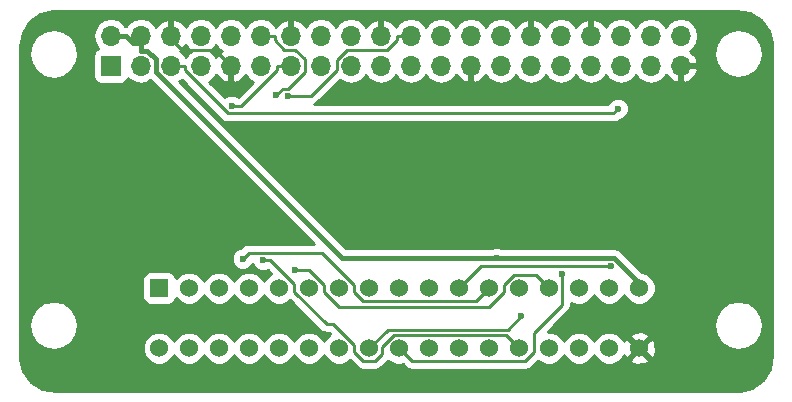
<source format=gtl>
G04 #@! TF.FileFunction,Copper,L1,Top,Signal*
%FSLAX46Y46*%
G04 Gerber Fmt 4.6, Leading zero omitted, Abs format (unit mm)*
G04 Created by KiCad (PCBNEW 4.0.7) date 01/29/18 15:33:40*
%MOMM*%
%LPD*%
G01*
G04 APERTURE LIST*
%ADD10C,0.100000*%
%ADD11R,1.524000X1.524000*%
%ADD12C,1.524000*%
%ADD13R,1.700000X1.700000*%
%ADD14O,1.700000X1.700000*%
%ADD15C,0.600000*%
%ADD16C,0.400000*%
%ADD17C,0.250000*%
%ADD18C,0.254000*%
G04 APERTURE END LIST*
D10*
D11*
X133350000Y-111760000D03*
D12*
X133350000Y-116840000D03*
X135890000Y-111760000D03*
X135890000Y-116840000D03*
X138430000Y-111760000D03*
X138430000Y-116840000D03*
X140970000Y-111760000D03*
X140970000Y-116840000D03*
X143510000Y-111760000D03*
X143510000Y-116840000D03*
X146050000Y-111760000D03*
X146050000Y-116840000D03*
X148590000Y-111760000D03*
X148590000Y-116840000D03*
X151130000Y-111760000D03*
X151130000Y-116840000D03*
X153670000Y-111760000D03*
X153670000Y-116840000D03*
X156210000Y-111760000D03*
X156210000Y-116840000D03*
X158750000Y-111760000D03*
X158750000Y-116840000D03*
X161290000Y-111760000D03*
X161290000Y-116840000D03*
X163830000Y-111760000D03*
X163830000Y-116840000D03*
X166370000Y-111760000D03*
X166370000Y-116840000D03*
X168910000Y-111760000D03*
X168910000Y-116840000D03*
X171450000Y-111760000D03*
X171450000Y-116840000D03*
X173990000Y-111760000D03*
X173990000Y-116840000D03*
D13*
X129261000Y-92938600D03*
D14*
X129261000Y-90398600D03*
X131801000Y-92938600D03*
X131801000Y-90398600D03*
X134341000Y-92938600D03*
X134341000Y-90398600D03*
X136881000Y-92938600D03*
X136881000Y-90398600D03*
X139421000Y-92938600D03*
X139421000Y-90398600D03*
X141961000Y-92938600D03*
X141961000Y-90398600D03*
X144501000Y-92938600D03*
X144501000Y-90398600D03*
X147041000Y-92938600D03*
X147041000Y-90398600D03*
X149581000Y-92938600D03*
X149581000Y-90398600D03*
X152121000Y-92938600D03*
X152121000Y-90398600D03*
X154661000Y-92938600D03*
X154661000Y-90398600D03*
X157201000Y-92938600D03*
X157201000Y-90398600D03*
X159741000Y-92938600D03*
X159741000Y-90398600D03*
X162281000Y-92938600D03*
X162281000Y-90398600D03*
X164821000Y-92938600D03*
X164821000Y-90398600D03*
X167361000Y-92938600D03*
X167361000Y-90398600D03*
X169901000Y-92938600D03*
X169901000Y-90398600D03*
X172441000Y-92938600D03*
X172441000Y-90398600D03*
X174981000Y-92938600D03*
X174981000Y-90398600D03*
X177521000Y-92938600D03*
X177521000Y-90398600D03*
D15*
X161972800Y-109230200D03*
X172205100Y-96561100D03*
X145415000Y-98170000D03*
X139486800Y-96326100D03*
X143259700Y-95448900D03*
X171575600Y-109892300D03*
X140422500Y-109268200D03*
X144868400Y-110186600D03*
X164026700Y-114095500D03*
X167423500Y-110554200D03*
X142152900Y-109412300D03*
X144259700Y-95497600D03*
D16*
X162011000Y-109192000D02*
X161972800Y-109230200D01*
X171865700Y-109192000D02*
X162011000Y-109192000D01*
X173990000Y-111316300D02*
X171865700Y-109192000D01*
X173990000Y-111760000D02*
X173990000Y-111316300D01*
X148845000Y-109230200D02*
X161972800Y-109230200D01*
X133051300Y-93436500D02*
X148845000Y-109230200D01*
X133051300Y-92352100D02*
X133051300Y-93436500D01*
X132348100Y-91648900D02*
X133051300Y-92352100D01*
X131801000Y-91648900D02*
X132348100Y-91648900D01*
X131801000Y-90398600D02*
X131801000Y-91023700D01*
X131801000Y-91023700D02*
X131801000Y-91648900D01*
X131136400Y-91023700D02*
X130511300Y-90398600D01*
X131801000Y-91023700D02*
X131136400Y-91023700D01*
X129261000Y-90398600D02*
X130511300Y-90398600D01*
D17*
X171814500Y-96951700D02*
X172205100Y-96561100D01*
X139162100Y-96951700D02*
X171814500Y-96951700D01*
X135516300Y-93305900D02*
X139162100Y-96951700D01*
X135516300Y-92938600D02*
X135516300Y-93305900D01*
X134341000Y-92938600D02*
X135516300Y-92938600D01*
X134341000Y-90398600D02*
X134341000Y-90703800D01*
X134341000Y-90703800D02*
X135255000Y-91617800D01*
X135255000Y-91617800D02*
X138100200Y-91617800D01*
X138100200Y-91617800D02*
X139421000Y-92938600D01*
X145440400Y-98171000D02*
X145416000Y-98171000D01*
X145416000Y-98171000D02*
X145415000Y-98170000D01*
X140305500Y-96326100D02*
X139486800Y-96326100D01*
X143325700Y-93305900D02*
X140305500Y-96326100D01*
X143325700Y-92938600D02*
X143325700Y-93305900D01*
X144501000Y-92938600D02*
X143325700Y-92938600D01*
X141961000Y-90398600D02*
X143136300Y-90398600D01*
X143836300Y-94872300D02*
X143259700Y-95448900D01*
X144242100Y-94872300D02*
X143836300Y-94872300D01*
X145676400Y-93438000D02*
X144242100Y-94872300D01*
X145676400Y-92362300D02*
X145676400Y-93438000D01*
X144888000Y-91573900D02*
X145676400Y-92362300D01*
X143944200Y-91573900D02*
X144888000Y-91573900D01*
X143136300Y-90766000D02*
X143944200Y-91573900D01*
X143136300Y-90398600D02*
X143136300Y-90766000D01*
X160617700Y-109892300D02*
X171575600Y-109892300D01*
X158750000Y-111760000D02*
X160617700Y-109892300D01*
X160179800Y-112870200D02*
X161290000Y-111760000D01*
X150650100Y-112870200D02*
X160179800Y-112870200D01*
X149860000Y-112080100D02*
X150650100Y-112870200D01*
X149860000Y-111483100D02*
X149860000Y-112080100D01*
X147135800Y-108758900D02*
X149860000Y-111483100D01*
X140931800Y-108758900D02*
X147135800Y-108758900D01*
X140422500Y-109268200D02*
X140931800Y-108758900D01*
X165276900Y-110666900D02*
X166370000Y-111760000D01*
X163369600Y-110666900D02*
X165276900Y-110666900D01*
X162560000Y-111476500D02*
X163369600Y-110666900D01*
X162560000Y-112096900D02*
X162560000Y-111476500D01*
X161283600Y-113373300D02*
X162560000Y-112096900D01*
X148593200Y-113373300D02*
X161283600Y-113373300D01*
X147320100Y-112100200D02*
X148593200Y-113373300D01*
X147320100Y-111460100D02*
X147320100Y-112100200D01*
X146046600Y-110186600D02*
X147320100Y-111460100D01*
X144868400Y-110186600D02*
X146046600Y-110186600D01*
X152695200Y-115274800D02*
X151130000Y-116840000D01*
X162847400Y-115274800D02*
X152695200Y-115274800D01*
X164026700Y-114095500D02*
X162847400Y-115274800D01*
X154774600Y-117944600D02*
X153670000Y-116840000D01*
X164334200Y-117944600D02*
X154774600Y-117944600D01*
X165100000Y-117178800D02*
X164334200Y-117944600D01*
X165100000Y-115531600D02*
X165100000Y-117178800D01*
X167457400Y-113174200D02*
X165100000Y-115531600D01*
X167457400Y-110588100D02*
X167457400Y-113174200D01*
X167423500Y-110554200D02*
X167457400Y-110588100D01*
X142751000Y-109412300D02*
X142152900Y-109412300D01*
X144780000Y-111441300D02*
X142751000Y-109412300D01*
X144780000Y-112047800D02*
X144780000Y-111441300D01*
X147543200Y-114811000D02*
X144780000Y-112047800D01*
X148105500Y-114811000D02*
X147543200Y-114811000D01*
X149860000Y-116565500D02*
X148105500Y-114811000D01*
X149860000Y-117144500D02*
X149860000Y-116565500D01*
X150642800Y-117927300D02*
X149860000Y-117144500D01*
X151633100Y-117927300D02*
X150642800Y-117927300D01*
X152221500Y-117338900D02*
X151633100Y-117927300D01*
X152221500Y-116750700D02*
X152221500Y-117338900D01*
X153226300Y-115745900D02*
X152221500Y-116750700D01*
X162735900Y-115745900D02*
X153226300Y-115745900D01*
X163830000Y-116840000D02*
X162735900Y-115745900D01*
X146177900Y-95497600D02*
X144259700Y-95497600D01*
X148405600Y-93269900D02*
X146177900Y-95497600D01*
X148405600Y-92450300D02*
X148405600Y-93269900D01*
X149282000Y-91573900D02*
X148405600Y-92450300D01*
X152677800Y-91573900D02*
X149282000Y-91573900D01*
X153485700Y-90766000D02*
X152677800Y-91573900D01*
X153485700Y-90398600D02*
X153485700Y-90766000D01*
X154661000Y-90398600D02*
X153485700Y-90398600D01*
D18*
G36*
X183395835Y-88478616D02*
X184332571Y-89057093D01*
X184978153Y-89952124D01*
X185241252Y-91030782D01*
X185241252Y-117463290D01*
X185054726Y-118615283D01*
X184476247Y-119552020D01*
X183581218Y-120197601D01*
X182492147Y-120463240D01*
X124616559Y-120463240D01*
X123446717Y-120273824D01*
X122509980Y-119695345D01*
X121864399Y-118800316D01*
X121601300Y-117721658D01*
X121601300Y-114909600D01*
X122311756Y-114909600D01*
X122471295Y-115711655D01*
X122925623Y-116391605D01*
X123605573Y-116845933D01*
X124407628Y-117005472D01*
X125209683Y-116845933D01*
X125889633Y-116391605D01*
X126343961Y-115711655D01*
X126503500Y-114909600D01*
X126343961Y-114107545D01*
X125889633Y-113427595D01*
X125209683Y-112973267D01*
X124407628Y-112813728D01*
X123605573Y-112973267D01*
X122925623Y-113427595D01*
X122471295Y-114107545D01*
X122311756Y-114909600D01*
X121601300Y-114909600D01*
X121601300Y-91922600D01*
X122313328Y-91922600D01*
X122472867Y-92724655D01*
X122927195Y-93404605D01*
X123607145Y-93858933D01*
X124409200Y-94018472D01*
X125211255Y-93858933D01*
X125891205Y-93404605D01*
X126345533Y-92724655D01*
X126472052Y-92088600D01*
X127763560Y-92088600D01*
X127763560Y-93788600D01*
X127807838Y-94023917D01*
X127946910Y-94240041D01*
X128159110Y-94385031D01*
X128411000Y-94436040D01*
X130111000Y-94436040D01*
X130346317Y-94391762D01*
X130562441Y-94252690D01*
X130707431Y-94040490D01*
X130721086Y-93973059D01*
X130750946Y-94017747D01*
X131232715Y-94339654D01*
X131801000Y-94452693D01*
X132369285Y-94339654D01*
X132611646Y-94177714D01*
X146432832Y-107998900D01*
X140931800Y-107998900D01*
X140640961Y-108056752D01*
X140394399Y-108221499D01*
X140282820Y-108333078D01*
X140237333Y-108333038D01*
X139893557Y-108475083D01*
X139630308Y-108737873D01*
X139487662Y-109081401D01*
X139487338Y-109453367D01*
X139629383Y-109797143D01*
X139892173Y-110060392D01*
X140235701Y-110203038D01*
X140607667Y-110203362D01*
X140951443Y-110061317D01*
X141214692Y-109798527D01*
X141257859Y-109694569D01*
X141359783Y-109941243D01*
X141622573Y-110204492D01*
X141966101Y-110347138D01*
X142338067Y-110347462D01*
X142531454Y-110267556D01*
X142804039Y-110540141D01*
X142719697Y-110574990D01*
X142326371Y-110967630D01*
X142240051Y-111175512D01*
X142155010Y-110969697D01*
X141762370Y-110576371D01*
X141249100Y-110363243D01*
X140693339Y-110362758D01*
X140179697Y-110574990D01*
X139786371Y-110967630D01*
X139700051Y-111175512D01*
X139615010Y-110969697D01*
X139222370Y-110576371D01*
X138709100Y-110363243D01*
X138153339Y-110362758D01*
X137639697Y-110574990D01*
X137246371Y-110967630D01*
X137160051Y-111175512D01*
X137075010Y-110969697D01*
X136682370Y-110576371D01*
X136169100Y-110363243D01*
X135613339Y-110362758D01*
X135099697Y-110574990D01*
X134746237Y-110927833D01*
X134715162Y-110762683D01*
X134576090Y-110546559D01*
X134363890Y-110401569D01*
X134112000Y-110350560D01*
X132588000Y-110350560D01*
X132352683Y-110394838D01*
X132136559Y-110533910D01*
X131991569Y-110746110D01*
X131940560Y-110998000D01*
X131940560Y-112522000D01*
X131984838Y-112757317D01*
X132123910Y-112973441D01*
X132336110Y-113118431D01*
X132588000Y-113169440D01*
X134112000Y-113169440D01*
X134347317Y-113125162D01*
X134563441Y-112986090D01*
X134708431Y-112773890D01*
X134745492Y-112590876D01*
X135097630Y-112943629D01*
X135610900Y-113156757D01*
X136166661Y-113157242D01*
X136680303Y-112945010D01*
X137073629Y-112552370D01*
X137159949Y-112344488D01*
X137244990Y-112550303D01*
X137637630Y-112943629D01*
X138150900Y-113156757D01*
X138706661Y-113157242D01*
X139220303Y-112945010D01*
X139613629Y-112552370D01*
X139699949Y-112344488D01*
X139784990Y-112550303D01*
X140177630Y-112943629D01*
X140690900Y-113156757D01*
X141246661Y-113157242D01*
X141760303Y-112945010D01*
X142153629Y-112552370D01*
X142239949Y-112344488D01*
X142324990Y-112550303D01*
X142717630Y-112943629D01*
X143230900Y-113156757D01*
X143786661Y-113157242D01*
X144300303Y-112945010D01*
X144451487Y-112794089D01*
X147005799Y-115348401D01*
X147252361Y-115513148D01*
X147543200Y-115571000D01*
X147790698Y-115571000D01*
X147852762Y-115633064D01*
X147799697Y-115654990D01*
X147406371Y-116047630D01*
X147320051Y-116255512D01*
X147235010Y-116049697D01*
X146842370Y-115656371D01*
X146329100Y-115443243D01*
X145773339Y-115442758D01*
X145259697Y-115654990D01*
X144866371Y-116047630D01*
X144780051Y-116255512D01*
X144695010Y-116049697D01*
X144302370Y-115656371D01*
X143789100Y-115443243D01*
X143233339Y-115442758D01*
X142719697Y-115654990D01*
X142326371Y-116047630D01*
X142240051Y-116255512D01*
X142155010Y-116049697D01*
X141762370Y-115656371D01*
X141249100Y-115443243D01*
X140693339Y-115442758D01*
X140179697Y-115654990D01*
X139786371Y-116047630D01*
X139700051Y-116255512D01*
X139615010Y-116049697D01*
X139222370Y-115656371D01*
X138709100Y-115443243D01*
X138153339Y-115442758D01*
X137639697Y-115654990D01*
X137246371Y-116047630D01*
X137160051Y-116255512D01*
X137075010Y-116049697D01*
X136682370Y-115656371D01*
X136169100Y-115443243D01*
X135613339Y-115442758D01*
X135099697Y-115654990D01*
X134706371Y-116047630D01*
X134620051Y-116255512D01*
X134535010Y-116049697D01*
X134142370Y-115656371D01*
X133629100Y-115443243D01*
X133073339Y-115442758D01*
X132559697Y-115654990D01*
X132166371Y-116047630D01*
X131953243Y-116560900D01*
X131952758Y-117116661D01*
X132164990Y-117630303D01*
X132557630Y-118023629D01*
X133070900Y-118236757D01*
X133626661Y-118237242D01*
X134140303Y-118025010D01*
X134533629Y-117632370D01*
X134619949Y-117424488D01*
X134704990Y-117630303D01*
X135097630Y-118023629D01*
X135610900Y-118236757D01*
X136166661Y-118237242D01*
X136680303Y-118025010D01*
X137073629Y-117632370D01*
X137159949Y-117424488D01*
X137244990Y-117630303D01*
X137637630Y-118023629D01*
X138150900Y-118236757D01*
X138706661Y-118237242D01*
X139220303Y-118025010D01*
X139613629Y-117632370D01*
X139699949Y-117424488D01*
X139784990Y-117630303D01*
X140177630Y-118023629D01*
X140690900Y-118236757D01*
X141246661Y-118237242D01*
X141760303Y-118025010D01*
X142153629Y-117632370D01*
X142239949Y-117424488D01*
X142324990Y-117630303D01*
X142717630Y-118023629D01*
X143230900Y-118236757D01*
X143786661Y-118237242D01*
X144300303Y-118025010D01*
X144693629Y-117632370D01*
X144779949Y-117424488D01*
X144864990Y-117630303D01*
X145257630Y-118023629D01*
X145770900Y-118236757D01*
X146326661Y-118237242D01*
X146840303Y-118025010D01*
X147233629Y-117632370D01*
X147319949Y-117424488D01*
X147404990Y-117630303D01*
X147797630Y-118023629D01*
X148310900Y-118236757D01*
X148866661Y-118237242D01*
X149380303Y-118025010D01*
X149523130Y-117882432D01*
X150105399Y-118464701D01*
X150351960Y-118629448D01*
X150642800Y-118687300D01*
X151633100Y-118687300D01*
X151923939Y-118629448D01*
X152170501Y-118464701D01*
X152744718Y-117890484D01*
X152877630Y-118023629D01*
X153390900Y-118236757D01*
X153946661Y-118237242D01*
X153979055Y-118223857D01*
X154237199Y-118482001D01*
X154483760Y-118646748D01*
X154774600Y-118704600D01*
X164334200Y-118704600D01*
X164625039Y-118646748D01*
X164871601Y-118482001D01*
X165453910Y-117899692D01*
X165577630Y-118023629D01*
X166090900Y-118236757D01*
X166646661Y-118237242D01*
X167160303Y-118025010D01*
X167553629Y-117632370D01*
X167639949Y-117424488D01*
X167724990Y-117630303D01*
X168117630Y-118023629D01*
X168630900Y-118236757D01*
X169186661Y-118237242D01*
X169700303Y-118025010D01*
X170093629Y-117632370D01*
X170179949Y-117424488D01*
X170264990Y-117630303D01*
X170657630Y-118023629D01*
X171170900Y-118236757D01*
X171726661Y-118237242D01*
X172240303Y-118025010D01*
X172445457Y-117820213D01*
X173189392Y-117820213D01*
X173258857Y-118062397D01*
X173782302Y-118249144D01*
X174337368Y-118221362D01*
X174721143Y-118062397D01*
X174790608Y-117820213D01*
X173990000Y-117019605D01*
X173189392Y-117820213D01*
X172445457Y-117820213D01*
X172633629Y-117632370D01*
X172713395Y-117440273D01*
X172767603Y-117571143D01*
X173009787Y-117640608D01*
X173810395Y-116840000D01*
X174169605Y-116840000D01*
X174970213Y-117640608D01*
X175212397Y-117571143D01*
X175399144Y-117047698D01*
X175371362Y-116492632D01*
X175212397Y-116108857D01*
X174970213Y-116039392D01*
X174169605Y-116840000D01*
X173810395Y-116840000D01*
X173009787Y-116039392D01*
X172767603Y-116108857D01*
X172717491Y-116249318D01*
X172635010Y-116049697D01*
X172445432Y-115859787D01*
X173189392Y-115859787D01*
X173990000Y-116660395D01*
X174790608Y-115859787D01*
X174721143Y-115617603D01*
X174197698Y-115430856D01*
X173642632Y-115458638D01*
X173258857Y-115617603D01*
X173189392Y-115859787D01*
X172445432Y-115859787D01*
X172242370Y-115656371D01*
X171729100Y-115443243D01*
X171173339Y-115442758D01*
X170659697Y-115654990D01*
X170266371Y-116047630D01*
X170180051Y-116255512D01*
X170095010Y-116049697D01*
X169702370Y-115656371D01*
X169189100Y-115443243D01*
X168633339Y-115442758D01*
X168119697Y-115654990D01*
X167726371Y-116047630D01*
X167640051Y-116255512D01*
X167555010Y-116049697D01*
X167162370Y-115656371D01*
X166649100Y-115443243D01*
X166263496Y-115442906D01*
X166796802Y-114909600D01*
X180301528Y-114909600D01*
X180461067Y-115711655D01*
X180915395Y-116391605D01*
X181595345Y-116845933D01*
X182397400Y-117005472D01*
X183199455Y-116845933D01*
X183879405Y-116391605D01*
X184333733Y-115711655D01*
X184493272Y-114909600D01*
X184333733Y-114107545D01*
X183879405Y-113427595D01*
X183199455Y-112973267D01*
X182397400Y-112813728D01*
X181595345Y-112973267D01*
X180915395Y-113427595D01*
X180461067Y-114107545D01*
X180301528Y-114909600D01*
X166796802Y-114909600D01*
X167994801Y-113711601D01*
X168159548Y-113465039D01*
X168217400Y-113174200D01*
X168217400Y-112985057D01*
X168630900Y-113156757D01*
X169186661Y-113157242D01*
X169700303Y-112945010D01*
X170093629Y-112552370D01*
X170179949Y-112344488D01*
X170264990Y-112550303D01*
X170657630Y-112943629D01*
X171170900Y-113156757D01*
X171726661Y-113157242D01*
X172240303Y-112945010D01*
X172633629Y-112552370D01*
X172719949Y-112344488D01*
X172804990Y-112550303D01*
X173197630Y-112943629D01*
X173710900Y-113156757D01*
X174266661Y-113157242D01*
X174780303Y-112945010D01*
X175173629Y-112552370D01*
X175386757Y-112039100D01*
X175387242Y-111483339D01*
X175175010Y-110969697D01*
X174782370Y-110576371D01*
X174269100Y-110363243D01*
X174217766Y-110363198D01*
X172456134Y-108601566D01*
X172268223Y-108476008D01*
X172185241Y-108420561D01*
X171865700Y-108357000D01*
X162308039Y-108357000D01*
X162159599Y-108295362D01*
X161787633Y-108295038D01*
X161545222Y-108395200D01*
X149190868Y-108395200D01*
X135044784Y-94249116D01*
X135248558Y-94112960D01*
X138624699Y-97489101D01*
X138871261Y-97653848D01*
X139162100Y-97711700D01*
X171814500Y-97711700D01*
X172105339Y-97653848D01*
X172341248Y-97496219D01*
X172390267Y-97496262D01*
X172734043Y-97354217D01*
X172997292Y-97091427D01*
X173139938Y-96747899D01*
X173140262Y-96375933D01*
X172998217Y-96032157D01*
X172735427Y-95768908D01*
X172391899Y-95626262D01*
X172019933Y-95625938D01*
X171676157Y-95767983D01*
X171412908Y-96030773D01*
X171346085Y-96191700D01*
X146480784Y-96191700D01*
X146715301Y-96035001D01*
X148651802Y-94098500D01*
X149012715Y-94339654D01*
X149581000Y-94452693D01*
X150149285Y-94339654D01*
X150631054Y-94017747D01*
X150851000Y-93688574D01*
X151070946Y-94017747D01*
X151552715Y-94339654D01*
X152121000Y-94452693D01*
X152689285Y-94339654D01*
X153171054Y-94017747D01*
X153391000Y-93688574D01*
X153610946Y-94017747D01*
X154092715Y-94339654D01*
X154661000Y-94452693D01*
X155229285Y-94339654D01*
X155711054Y-94017747D01*
X155931000Y-93688574D01*
X156150946Y-94017747D01*
X156632715Y-94339654D01*
X157201000Y-94452693D01*
X157769285Y-94339654D01*
X158251054Y-94017747D01*
X158478702Y-93677047D01*
X158545817Y-93819958D01*
X158974076Y-94210245D01*
X159384110Y-94380076D01*
X159614000Y-94258755D01*
X159614000Y-93065600D01*
X159594000Y-93065600D01*
X159594000Y-92811600D01*
X159614000Y-92811600D01*
X159614000Y-92791600D01*
X159868000Y-92791600D01*
X159868000Y-92811600D01*
X159888000Y-92811600D01*
X159888000Y-93065600D01*
X159868000Y-93065600D01*
X159868000Y-94258755D01*
X160097890Y-94380076D01*
X160507924Y-94210245D01*
X160936183Y-93819958D01*
X161003298Y-93677047D01*
X161230946Y-94017747D01*
X161712715Y-94339654D01*
X162281000Y-94452693D01*
X162849285Y-94339654D01*
X163331054Y-94017747D01*
X163551000Y-93688574D01*
X163770946Y-94017747D01*
X164252715Y-94339654D01*
X164821000Y-94452693D01*
X165389285Y-94339654D01*
X165871054Y-94017747D01*
X166091000Y-93688574D01*
X166310946Y-94017747D01*
X166792715Y-94339654D01*
X167361000Y-94452693D01*
X167929285Y-94339654D01*
X168411054Y-94017747D01*
X168631000Y-93688574D01*
X168850946Y-94017747D01*
X169332715Y-94339654D01*
X169901000Y-94452693D01*
X170469285Y-94339654D01*
X170951054Y-94017747D01*
X171171000Y-93688574D01*
X171390946Y-94017747D01*
X171872715Y-94339654D01*
X172441000Y-94452693D01*
X173009285Y-94339654D01*
X173491054Y-94017747D01*
X173711000Y-93688574D01*
X173930946Y-94017747D01*
X174412715Y-94339654D01*
X174981000Y-94452693D01*
X175549285Y-94339654D01*
X176031054Y-94017747D01*
X176258702Y-93677047D01*
X176325817Y-93819958D01*
X176754076Y-94210245D01*
X177164110Y-94380076D01*
X177394000Y-94258755D01*
X177394000Y-93065600D01*
X177648000Y-93065600D01*
X177648000Y-94258755D01*
X177877890Y-94380076D01*
X178287924Y-94210245D01*
X178716183Y-93819958D01*
X178962486Y-93295492D01*
X178841819Y-93065600D01*
X177648000Y-93065600D01*
X177394000Y-93065600D01*
X177374000Y-93065600D01*
X177374000Y-92811600D01*
X177394000Y-92811600D01*
X177394000Y-92791600D01*
X177648000Y-92791600D01*
X177648000Y-92811600D01*
X178841819Y-92811600D01*
X178962486Y-92581708D01*
X178716183Y-92057242D01*
X178540571Y-91897200D01*
X180301528Y-91897200D01*
X180461067Y-92699255D01*
X180915395Y-93379205D01*
X181595345Y-93833533D01*
X182397400Y-93993072D01*
X183199455Y-93833533D01*
X183879405Y-93379205D01*
X184333733Y-92699255D01*
X184493272Y-91897200D01*
X184333733Y-91095145D01*
X183879405Y-90415195D01*
X183199455Y-89960867D01*
X182397400Y-89801328D01*
X181595345Y-89960867D01*
X180915395Y-90415195D01*
X180461067Y-91095145D01*
X180301528Y-91897200D01*
X178540571Y-91897200D01*
X178287924Y-91666955D01*
X178287899Y-91666945D01*
X178571054Y-91477747D01*
X178892961Y-90995978D01*
X179006000Y-90427693D01*
X179006000Y-90369507D01*
X178892961Y-89801222D01*
X178571054Y-89319453D01*
X178089285Y-88997546D01*
X177521000Y-88884507D01*
X176952715Y-88997546D01*
X176470946Y-89319453D01*
X176251000Y-89648626D01*
X176031054Y-89319453D01*
X175549285Y-88997546D01*
X174981000Y-88884507D01*
X174412715Y-88997546D01*
X173930946Y-89319453D01*
X173711000Y-89648626D01*
X173491054Y-89319453D01*
X173009285Y-88997546D01*
X172441000Y-88884507D01*
X171872715Y-88997546D01*
X171390946Y-89319453D01*
X171163298Y-89660153D01*
X171096183Y-89517242D01*
X170667924Y-89126955D01*
X170257890Y-88957124D01*
X170028000Y-89078445D01*
X170028000Y-90271600D01*
X170048000Y-90271600D01*
X170048000Y-90525600D01*
X170028000Y-90525600D01*
X170028000Y-90545600D01*
X169774000Y-90545600D01*
X169774000Y-90525600D01*
X169754000Y-90525600D01*
X169754000Y-90271600D01*
X169774000Y-90271600D01*
X169774000Y-89078445D01*
X169544110Y-88957124D01*
X169134076Y-89126955D01*
X168705817Y-89517242D01*
X168638702Y-89660153D01*
X168411054Y-89319453D01*
X167929285Y-88997546D01*
X167361000Y-88884507D01*
X166792715Y-88997546D01*
X166310946Y-89319453D01*
X166083298Y-89660153D01*
X166016183Y-89517242D01*
X165587924Y-89126955D01*
X165177890Y-88957124D01*
X164948000Y-89078445D01*
X164948000Y-90271600D01*
X164968000Y-90271600D01*
X164968000Y-90525600D01*
X164948000Y-90525600D01*
X164948000Y-90545600D01*
X164694000Y-90545600D01*
X164694000Y-90525600D01*
X164674000Y-90525600D01*
X164674000Y-90271600D01*
X164694000Y-90271600D01*
X164694000Y-89078445D01*
X164464110Y-88957124D01*
X164054076Y-89126955D01*
X163625817Y-89517242D01*
X163558702Y-89660153D01*
X163331054Y-89319453D01*
X162849285Y-88997546D01*
X162281000Y-88884507D01*
X161712715Y-88997546D01*
X161230946Y-89319453D01*
X161011000Y-89648626D01*
X160791054Y-89319453D01*
X160309285Y-88997546D01*
X159741000Y-88884507D01*
X159172715Y-88997546D01*
X158690946Y-89319453D01*
X158471000Y-89648626D01*
X158251054Y-89319453D01*
X157769285Y-88997546D01*
X157201000Y-88884507D01*
X156632715Y-88997546D01*
X156150946Y-89319453D01*
X155931000Y-89648626D01*
X155711054Y-89319453D01*
X155229285Y-88997546D01*
X154661000Y-88884507D01*
X154092715Y-88997546D01*
X153610946Y-89319453D01*
X153384210Y-89658788D01*
X153382789Y-89659070D01*
X153316183Y-89517242D01*
X152887924Y-89126955D01*
X152477890Y-88957124D01*
X152248000Y-89078445D01*
X152248000Y-90271600D01*
X152268000Y-90271600D01*
X152268000Y-90525600D01*
X152248000Y-90525600D01*
X152248000Y-90545600D01*
X151994000Y-90545600D01*
X151994000Y-90525600D01*
X151974000Y-90525600D01*
X151974000Y-90271600D01*
X151994000Y-90271600D01*
X151994000Y-89078445D01*
X151764110Y-88957124D01*
X151354076Y-89126955D01*
X150925817Y-89517242D01*
X150858702Y-89660153D01*
X150631054Y-89319453D01*
X150149285Y-88997546D01*
X149581000Y-88884507D01*
X149012715Y-88997546D01*
X148530946Y-89319453D01*
X148311000Y-89648626D01*
X148091054Y-89319453D01*
X147609285Y-88997546D01*
X147041000Y-88884507D01*
X146472715Y-88997546D01*
X145990946Y-89319453D01*
X145763298Y-89660153D01*
X145696183Y-89517242D01*
X145267924Y-89126955D01*
X144857890Y-88957124D01*
X144628000Y-89078445D01*
X144628000Y-90271600D01*
X144648000Y-90271600D01*
X144648000Y-90525600D01*
X144628000Y-90525600D01*
X144628000Y-90545600D01*
X144374000Y-90545600D01*
X144374000Y-90525600D01*
X144354000Y-90525600D01*
X144354000Y-90271600D01*
X144374000Y-90271600D01*
X144374000Y-89078445D01*
X144144110Y-88957124D01*
X143734076Y-89126955D01*
X143305817Y-89517242D01*
X143239211Y-89659070D01*
X143237790Y-89658788D01*
X143011054Y-89319453D01*
X142529285Y-88997546D01*
X141961000Y-88884507D01*
X141392715Y-88997546D01*
X140910946Y-89319453D01*
X140691000Y-89648626D01*
X140471054Y-89319453D01*
X139989285Y-88997546D01*
X139421000Y-88884507D01*
X138852715Y-88997546D01*
X138370946Y-89319453D01*
X138151000Y-89648626D01*
X137931054Y-89319453D01*
X137449285Y-88997546D01*
X136881000Y-88884507D01*
X136312715Y-88997546D01*
X135830946Y-89319453D01*
X135603298Y-89660153D01*
X135536183Y-89517242D01*
X135107924Y-89126955D01*
X134697890Y-88957124D01*
X134468000Y-89078445D01*
X134468000Y-90271600D01*
X134488000Y-90271600D01*
X134488000Y-90525600D01*
X134468000Y-90525600D01*
X134468000Y-90545600D01*
X134214000Y-90545600D01*
X134214000Y-90525600D01*
X134194000Y-90525600D01*
X134194000Y-90271600D01*
X134214000Y-90271600D01*
X134214000Y-89078445D01*
X133984110Y-88957124D01*
X133574076Y-89126955D01*
X133145817Y-89517242D01*
X133078702Y-89660153D01*
X132851054Y-89319453D01*
X132369285Y-88997546D01*
X131801000Y-88884507D01*
X131232715Y-88997546D01*
X130750946Y-89319453D01*
X130578836Y-89577034D01*
X130511300Y-89563600D01*
X130474187Y-89563600D01*
X130311054Y-89319453D01*
X129829285Y-88997546D01*
X129261000Y-88884507D01*
X128692715Y-88997546D01*
X128210946Y-89319453D01*
X127889039Y-89801222D01*
X127776000Y-90369507D01*
X127776000Y-90427693D01*
X127889039Y-90995978D01*
X128210946Y-91477747D01*
X128212179Y-91478571D01*
X128175683Y-91485438D01*
X127959559Y-91624510D01*
X127814569Y-91836710D01*
X127763560Y-92088600D01*
X126472052Y-92088600D01*
X126505072Y-91922600D01*
X126345533Y-91120545D01*
X125891205Y-90440595D01*
X125211255Y-89986267D01*
X124409200Y-89826728D01*
X123607145Y-89986267D01*
X122927195Y-90440595D01*
X122472867Y-91120545D01*
X122313328Y-91922600D01*
X121601300Y-91922600D01*
X121601300Y-91299876D01*
X121789974Y-90134617D01*
X122368451Y-89197881D01*
X123263482Y-88552299D01*
X124342140Y-88289200D01*
X182225993Y-88289200D01*
X183395835Y-88478616D01*
X183395835Y-88478616D01*
G37*
X183395835Y-88478616D02*
X184332571Y-89057093D01*
X184978153Y-89952124D01*
X185241252Y-91030782D01*
X185241252Y-117463290D01*
X185054726Y-118615283D01*
X184476247Y-119552020D01*
X183581218Y-120197601D01*
X182492147Y-120463240D01*
X124616559Y-120463240D01*
X123446717Y-120273824D01*
X122509980Y-119695345D01*
X121864399Y-118800316D01*
X121601300Y-117721658D01*
X121601300Y-114909600D01*
X122311756Y-114909600D01*
X122471295Y-115711655D01*
X122925623Y-116391605D01*
X123605573Y-116845933D01*
X124407628Y-117005472D01*
X125209683Y-116845933D01*
X125889633Y-116391605D01*
X126343961Y-115711655D01*
X126503500Y-114909600D01*
X126343961Y-114107545D01*
X125889633Y-113427595D01*
X125209683Y-112973267D01*
X124407628Y-112813728D01*
X123605573Y-112973267D01*
X122925623Y-113427595D01*
X122471295Y-114107545D01*
X122311756Y-114909600D01*
X121601300Y-114909600D01*
X121601300Y-91922600D01*
X122313328Y-91922600D01*
X122472867Y-92724655D01*
X122927195Y-93404605D01*
X123607145Y-93858933D01*
X124409200Y-94018472D01*
X125211255Y-93858933D01*
X125891205Y-93404605D01*
X126345533Y-92724655D01*
X126472052Y-92088600D01*
X127763560Y-92088600D01*
X127763560Y-93788600D01*
X127807838Y-94023917D01*
X127946910Y-94240041D01*
X128159110Y-94385031D01*
X128411000Y-94436040D01*
X130111000Y-94436040D01*
X130346317Y-94391762D01*
X130562441Y-94252690D01*
X130707431Y-94040490D01*
X130721086Y-93973059D01*
X130750946Y-94017747D01*
X131232715Y-94339654D01*
X131801000Y-94452693D01*
X132369285Y-94339654D01*
X132611646Y-94177714D01*
X146432832Y-107998900D01*
X140931800Y-107998900D01*
X140640961Y-108056752D01*
X140394399Y-108221499D01*
X140282820Y-108333078D01*
X140237333Y-108333038D01*
X139893557Y-108475083D01*
X139630308Y-108737873D01*
X139487662Y-109081401D01*
X139487338Y-109453367D01*
X139629383Y-109797143D01*
X139892173Y-110060392D01*
X140235701Y-110203038D01*
X140607667Y-110203362D01*
X140951443Y-110061317D01*
X141214692Y-109798527D01*
X141257859Y-109694569D01*
X141359783Y-109941243D01*
X141622573Y-110204492D01*
X141966101Y-110347138D01*
X142338067Y-110347462D01*
X142531454Y-110267556D01*
X142804039Y-110540141D01*
X142719697Y-110574990D01*
X142326371Y-110967630D01*
X142240051Y-111175512D01*
X142155010Y-110969697D01*
X141762370Y-110576371D01*
X141249100Y-110363243D01*
X140693339Y-110362758D01*
X140179697Y-110574990D01*
X139786371Y-110967630D01*
X139700051Y-111175512D01*
X139615010Y-110969697D01*
X139222370Y-110576371D01*
X138709100Y-110363243D01*
X138153339Y-110362758D01*
X137639697Y-110574990D01*
X137246371Y-110967630D01*
X137160051Y-111175512D01*
X137075010Y-110969697D01*
X136682370Y-110576371D01*
X136169100Y-110363243D01*
X135613339Y-110362758D01*
X135099697Y-110574990D01*
X134746237Y-110927833D01*
X134715162Y-110762683D01*
X134576090Y-110546559D01*
X134363890Y-110401569D01*
X134112000Y-110350560D01*
X132588000Y-110350560D01*
X132352683Y-110394838D01*
X132136559Y-110533910D01*
X131991569Y-110746110D01*
X131940560Y-110998000D01*
X131940560Y-112522000D01*
X131984838Y-112757317D01*
X132123910Y-112973441D01*
X132336110Y-113118431D01*
X132588000Y-113169440D01*
X134112000Y-113169440D01*
X134347317Y-113125162D01*
X134563441Y-112986090D01*
X134708431Y-112773890D01*
X134745492Y-112590876D01*
X135097630Y-112943629D01*
X135610900Y-113156757D01*
X136166661Y-113157242D01*
X136680303Y-112945010D01*
X137073629Y-112552370D01*
X137159949Y-112344488D01*
X137244990Y-112550303D01*
X137637630Y-112943629D01*
X138150900Y-113156757D01*
X138706661Y-113157242D01*
X139220303Y-112945010D01*
X139613629Y-112552370D01*
X139699949Y-112344488D01*
X139784990Y-112550303D01*
X140177630Y-112943629D01*
X140690900Y-113156757D01*
X141246661Y-113157242D01*
X141760303Y-112945010D01*
X142153629Y-112552370D01*
X142239949Y-112344488D01*
X142324990Y-112550303D01*
X142717630Y-112943629D01*
X143230900Y-113156757D01*
X143786661Y-113157242D01*
X144300303Y-112945010D01*
X144451487Y-112794089D01*
X147005799Y-115348401D01*
X147252361Y-115513148D01*
X147543200Y-115571000D01*
X147790698Y-115571000D01*
X147852762Y-115633064D01*
X147799697Y-115654990D01*
X147406371Y-116047630D01*
X147320051Y-116255512D01*
X147235010Y-116049697D01*
X146842370Y-115656371D01*
X146329100Y-115443243D01*
X145773339Y-115442758D01*
X145259697Y-115654990D01*
X144866371Y-116047630D01*
X144780051Y-116255512D01*
X144695010Y-116049697D01*
X144302370Y-115656371D01*
X143789100Y-115443243D01*
X143233339Y-115442758D01*
X142719697Y-115654990D01*
X142326371Y-116047630D01*
X142240051Y-116255512D01*
X142155010Y-116049697D01*
X141762370Y-115656371D01*
X141249100Y-115443243D01*
X140693339Y-115442758D01*
X140179697Y-115654990D01*
X139786371Y-116047630D01*
X139700051Y-116255512D01*
X139615010Y-116049697D01*
X139222370Y-115656371D01*
X138709100Y-115443243D01*
X138153339Y-115442758D01*
X137639697Y-115654990D01*
X137246371Y-116047630D01*
X137160051Y-116255512D01*
X137075010Y-116049697D01*
X136682370Y-115656371D01*
X136169100Y-115443243D01*
X135613339Y-115442758D01*
X135099697Y-115654990D01*
X134706371Y-116047630D01*
X134620051Y-116255512D01*
X134535010Y-116049697D01*
X134142370Y-115656371D01*
X133629100Y-115443243D01*
X133073339Y-115442758D01*
X132559697Y-115654990D01*
X132166371Y-116047630D01*
X131953243Y-116560900D01*
X131952758Y-117116661D01*
X132164990Y-117630303D01*
X132557630Y-118023629D01*
X133070900Y-118236757D01*
X133626661Y-118237242D01*
X134140303Y-118025010D01*
X134533629Y-117632370D01*
X134619949Y-117424488D01*
X134704990Y-117630303D01*
X135097630Y-118023629D01*
X135610900Y-118236757D01*
X136166661Y-118237242D01*
X136680303Y-118025010D01*
X137073629Y-117632370D01*
X137159949Y-117424488D01*
X137244990Y-117630303D01*
X137637630Y-118023629D01*
X138150900Y-118236757D01*
X138706661Y-118237242D01*
X139220303Y-118025010D01*
X139613629Y-117632370D01*
X139699949Y-117424488D01*
X139784990Y-117630303D01*
X140177630Y-118023629D01*
X140690900Y-118236757D01*
X141246661Y-118237242D01*
X141760303Y-118025010D01*
X142153629Y-117632370D01*
X142239949Y-117424488D01*
X142324990Y-117630303D01*
X142717630Y-118023629D01*
X143230900Y-118236757D01*
X143786661Y-118237242D01*
X144300303Y-118025010D01*
X144693629Y-117632370D01*
X144779949Y-117424488D01*
X144864990Y-117630303D01*
X145257630Y-118023629D01*
X145770900Y-118236757D01*
X146326661Y-118237242D01*
X146840303Y-118025010D01*
X147233629Y-117632370D01*
X147319949Y-117424488D01*
X147404990Y-117630303D01*
X147797630Y-118023629D01*
X148310900Y-118236757D01*
X148866661Y-118237242D01*
X149380303Y-118025010D01*
X149523130Y-117882432D01*
X150105399Y-118464701D01*
X150351960Y-118629448D01*
X150642800Y-118687300D01*
X151633100Y-118687300D01*
X151923939Y-118629448D01*
X152170501Y-118464701D01*
X152744718Y-117890484D01*
X152877630Y-118023629D01*
X153390900Y-118236757D01*
X153946661Y-118237242D01*
X153979055Y-118223857D01*
X154237199Y-118482001D01*
X154483760Y-118646748D01*
X154774600Y-118704600D01*
X164334200Y-118704600D01*
X164625039Y-118646748D01*
X164871601Y-118482001D01*
X165453910Y-117899692D01*
X165577630Y-118023629D01*
X166090900Y-118236757D01*
X166646661Y-118237242D01*
X167160303Y-118025010D01*
X167553629Y-117632370D01*
X167639949Y-117424488D01*
X167724990Y-117630303D01*
X168117630Y-118023629D01*
X168630900Y-118236757D01*
X169186661Y-118237242D01*
X169700303Y-118025010D01*
X170093629Y-117632370D01*
X170179949Y-117424488D01*
X170264990Y-117630303D01*
X170657630Y-118023629D01*
X171170900Y-118236757D01*
X171726661Y-118237242D01*
X172240303Y-118025010D01*
X172445457Y-117820213D01*
X173189392Y-117820213D01*
X173258857Y-118062397D01*
X173782302Y-118249144D01*
X174337368Y-118221362D01*
X174721143Y-118062397D01*
X174790608Y-117820213D01*
X173990000Y-117019605D01*
X173189392Y-117820213D01*
X172445457Y-117820213D01*
X172633629Y-117632370D01*
X172713395Y-117440273D01*
X172767603Y-117571143D01*
X173009787Y-117640608D01*
X173810395Y-116840000D01*
X174169605Y-116840000D01*
X174970213Y-117640608D01*
X175212397Y-117571143D01*
X175399144Y-117047698D01*
X175371362Y-116492632D01*
X175212397Y-116108857D01*
X174970213Y-116039392D01*
X174169605Y-116840000D01*
X173810395Y-116840000D01*
X173009787Y-116039392D01*
X172767603Y-116108857D01*
X172717491Y-116249318D01*
X172635010Y-116049697D01*
X172445432Y-115859787D01*
X173189392Y-115859787D01*
X173990000Y-116660395D01*
X174790608Y-115859787D01*
X174721143Y-115617603D01*
X174197698Y-115430856D01*
X173642632Y-115458638D01*
X173258857Y-115617603D01*
X173189392Y-115859787D01*
X172445432Y-115859787D01*
X172242370Y-115656371D01*
X171729100Y-115443243D01*
X171173339Y-115442758D01*
X170659697Y-115654990D01*
X170266371Y-116047630D01*
X170180051Y-116255512D01*
X170095010Y-116049697D01*
X169702370Y-115656371D01*
X169189100Y-115443243D01*
X168633339Y-115442758D01*
X168119697Y-115654990D01*
X167726371Y-116047630D01*
X167640051Y-116255512D01*
X167555010Y-116049697D01*
X167162370Y-115656371D01*
X166649100Y-115443243D01*
X166263496Y-115442906D01*
X166796802Y-114909600D01*
X180301528Y-114909600D01*
X180461067Y-115711655D01*
X180915395Y-116391605D01*
X181595345Y-116845933D01*
X182397400Y-117005472D01*
X183199455Y-116845933D01*
X183879405Y-116391605D01*
X184333733Y-115711655D01*
X184493272Y-114909600D01*
X184333733Y-114107545D01*
X183879405Y-113427595D01*
X183199455Y-112973267D01*
X182397400Y-112813728D01*
X181595345Y-112973267D01*
X180915395Y-113427595D01*
X180461067Y-114107545D01*
X180301528Y-114909600D01*
X166796802Y-114909600D01*
X167994801Y-113711601D01*
X168159548Y-113465039D01*
X168217400Y-113174200D01*
X168217400Y-112985057D01*
X168630900Y-113156757D01*
X169186661Y-113157242D01*
X169700303Y-112945010D01*
X170093629Y-112552370D01*
X170179949Y-112344488D01*
X170264990Y-112550303D01*
X170657630Y-112943629D01*
X171170900Y-113156757D01*
X171726661Y-113157242D01*
X172240303Y-112945010D01*
X172633629Y-112552370D01*
X172719949Y-112344488D01*
X172804990Y-112550303D01*
X173197630Y-112943629D01*
X173710900Y-113156757D01*
X174266661Y-113157242D01*
X174780303Y-112945010D01*
X175173629Y-112552370D01*
X175386757Y-112039100D01*
X175387242Y-111483339D01*
X175175010Y-110969697D01*
X174782370Y-110576371D01*
X174269100Y-110363243D01*
X174217766Y-110363198D01*
X172456134Y-108601566D01*
X172268223Y-108476008D01*
X172185241Y-108420561D01*
X171865700Y-108357000D01*
X162308039Y-108357000D01*
X162159599Y-108295362D01*
X161787633Y-108295038D01*
X161545222Y-108395200D01*
X149190868Y-108395200D01*
X135044784Y-94249116D01*
X135248558Y-94112960D01*
X138624699Y-97489101D01*
X138871261Y-97653848D01*
X139162100Y-97711700D01*
X171814500Y-97711700D01*
X172105339Y-97653848D01*
X172341248Y-97496219D01*
X172390267Y-97496262D01*
X172734043Y-97354217D01*
X172997292Y-97091427D01*
X173139938Y-96747899D01*
X173140262Y-96375933D01*
X172998217Y-96032157D01*
X172735427Y-95768908D01*
X172391899Y-95626262D01*
X172019933Y-95625938D01*
X171676157Y-95767983D01*
X171412908Y-96030773D01*
X171346085Y-96191700D01*
X146480784Y-96191700D01*
X146715301Y-96035001D01*
X148651802Y-94098500D01*
X149012715Y-94339654D01*
X149581000Y-94452693D01*
X150149285Y-94339654D01*
X150631054Y-94017747D01*
X150851000Y-93688574D01*
X151070946Y-94017747D01*
X151552715Y-94339654D01*
X152121000Y-94452693D01*
X152689285Y-94339654D01*
X153171054Y-94017747D01*
X153391000Y-93688574D01*
X153610946Y-94017747D01*
X154092715Y-94339654D01*
X154661000Y-94452693D01*
X155229285Y-94339654D01*
X155711054Y-94017747D01*
X155931000Y-93688574D01*
X156150946Y-94017747D01*
X156632715Y-94339654D01*
X157201000Y-94452693D01*
X157769285Y-94339654D01*
X158251054Y-94017747D01*
X158478702Y-93677047D01*
X158545817Y-93819958D01*
X158974076Y-94210245D01*
X159384110Y-94380076D01*
X159614000Y-94258755D01*
X159614000Y-93065600D01*
X159594000Y-93065600D01*
X159594000Y-92811600D01*
X159614000Y-92811600D01*
X159614000Y-92791600D01*
X159868000Y-92791600D01*
X159868000Y-92811600D01*
X159888000Y-92811600D01*
X159888000Y-93065600D01*
X159868000Y-93065600D01*
X159868000Y-94258755D01*
X160097890Y-94380076D01*
X160507924Y-94210245D01*
X160936183Y-93819958D01*
X161003298Y-93677047D01*
X161230946Y-94017747D01*
X161712715Y-94339654D01*
X162281000Y-94452693D01*
X162849285Y-94339654D01*
X163331054Y-94017747D01*
X163551000Y-93688574D01*
X163770946Y-94017747D01*
X164252715Y-94339654D01*
X164821000Y-94452693D01*
X165389285Y-94339654D01*
X165871054Y-94017747D01*
X166091000Y-93688574D01*
X166310946Y-94017747D01*
X166792715Y-94339654D01*
X167361000Y-94452693D01*
X167929285Y-94339654D01*
X168411054Y-94017747D01*
X168631000Y-93688574D01*
X168850946Y-94017747D01*
X169332715Y-94339654D01*
X169901000Y-94452693D01*
X170469285Y-94339654D01*
X170951054Y-94017747D01*
X171171000Y-93688574D01*
X171390946Y-94017747D01*
X171872715Y-94339654D01*
X172441000Y-94452693D01*
X173009285Y-94339654D01*
X173491054Y-94017747D01*
X173711000Y-93688574D01*
X173930946Y-94017747D01*
X174412715Y-94339654D01*
X174981000Y-94452693D01*
X175549285Y-94339654D01*
X176031054Y-94017747D01*
X176258702Y-93677047D01*
X176325817Y-93819958D01*
X176754076Y-94210245D01*
X177164110Y-94380076D01*
X177394000Y-94258755D01*
X177394000Y-93065600D01*
X177648000Y-93065600D01*
X177648000Y-94258755D01*
X177877890Y-94380076D01*
X178287924Y-94210245D01*
X178716183Y-93819958D01*
X178962486Y-93295492D01*
X178841819Y-93065600D01*
X177648000Y-93065600D01*
X177394000Y-93065600D01*
X177374000Y-93065600D01*
X177374000Y-92811600D01*
X177394000Y-92811600D01*
X177394000Y-92791600D01*
X177648000Y-92791600D01*
X177648000Y-92811600D01*
X178841819Y-92811600D01*
X178962486Y-92581708D01*
X178716183Y-92057242D01*
X178540571Y-91897200D01*
X180301528Y-91897200D01*
X180461067Y-92699255D01*
X180915395Y-93379205D01*
X181595345Y-93833533D01*
X182397400Y-93993072D01*
X183199455Y-93833533D01*
X183879405Y-93379205D01*
X184333733Y-92699255D01*
X184493272Y-91897200D01*
X184333733Y-91095145D01*
X183879405Y-90415195D01*
X183199455Y-89960867D01*
X182397400Y-89801328D01*
X181595345Y-89960867D01*
X180915395Y-90415195D01*
X180461067Y-91095145D01*
X180301528Y-91897200D01*
X178540571Y-91897200D01*
X178287924Y-91666955D01*
X178287899Y-91666945D01*
X178571054Y-91477747D01*
X178892961Y-90995978D01*
X179006000Y-90427693D01*
X179006000Y-90369507D01*
X178892961Y-89801222D01*
X178571054Y-89319453D01*
X178089285Y-88997546D01*
X177521000Y-88884507D01*
X176952715Y-88997546D01*
X176470946Y-89319453D01*
X176251000Y-89648626D01*
X176031054Y-89319453D01*
X175549285Y-88997546D01*
X174981000Y-88884507D01*
X174412715Y-88997546D01*
X173930946Y-89319453D01*
X173711000Y-89648626D01*
X173491054Y-89319453D01*
X173009285Y-88997546D01*
X172441000Y-88884507D01*
X171872715Y-88997546D01*
X171390946Y-89319453D01*
X171163298Y-89660153D01*
X171096183Y-89517242D01*
X170667924Y-89126955D01*
X170257890Y-88957124D01*
X170028000Y-89078445D01*
X170028000Y-90271600D01*
X170048000Y-90271600D01*
X170048000Y-90525600D01*
X170028000Y-90525600D01*
X170028000Y-90545600D01*
X169774000Y-90545600D01*
X169774000Y-90525600D01*
X169754000Y-90525600D01*
X169754000Y-90271600D01*
X169774000Y-90271600D01*
X169774000Y-89078445D01*
X169544110Y-88957124D01*
X169134076Y-89126955D01*
X168705817Y-89517242D01*
X168638702Y-89660153D01*
X168411054Y-89319453D01*
X167929285Y-88997546D01*
X167361000Y-88884507D01*
X166792715Y-88997546D01*
X166310946Y-89319453D01*
X166083298Y-89660153D01*
X166016183Y-89517242D01*
X165587924Y-89126955D01*
X165177890Y-88957124D01*
X164948000Y-89078445D01*
X164948000Y-90271600D01*
X164968000Y-90271600D01*
X164968000Y-90525600D01*
X164948000Y-90525600D01*
X164948000Y-90545600D01*
X164694000Y-90545600D01*
X164694000Y-90525600D01*
X164674000Y-90525600D01*
X164674000Y-90271600D01*
X164694000Y-90271600D01*
X164694000Y-89078445D01*
X164464110Y-88957124D01*
X164054076Y-89126955D01*
X163625817Y-89517242D01*
X163558702Y-89660153D01*
X163331054Y-89319453D01*
X162849285Y-88997546D01*
X162281000Y-88884507D01*
X161712715Y-88997546D01*
X161230946Y-89319453D01*
X161011000Y-89648626D01*
X160791054Y-89319453D01*
X160309285Y-88997546D01*
X159741000Y-88884507D01*
X159172715Y-88997546D01*
X158690946Y-89319453D01*
X158471000Y-89648626D01*
X158251054Y-89319453D01*
X157769285Y-88997546D01*
X157201000Y-88884507D01*
X156632715Y-88997546D01*
X156150946Y-89319453D01*
X155931000Y-89648626D01*
X155711054Y-89319453D01*
X155229285Y-88997546D01*
X154661000Y-88884507D01*
X154092715Y-88997546D01*
X153610946Y-89319453D01*
X153384210Y-89658788D01*
X153382789Y-89659070D01*
X153316183Y-89517242D01*
X152887924Y-89126955D01*
X152477890Y-88957124D01*
X152248000Y-89078445D01*
X152248000Y-90271600D01*
X152268000Y-90271600D01*
X152268000Y-90525600D01*
X152248000Y-90525600D01*
X152248000Y-90545600D01*
X151994000Y-90545600D01*
X151994000Y-90525600D01*
X151974000Y-90525600D01*
X151974000Y-90271600D01*
X151994000Y-90271600D01*
X151994000Y-89078445D01*
X151764110Y-88957124D01*
X151354076Y-89126955D01*
X150925817Y-89517242D01*
X150858702Y-89660153D01*
X150631054Y-89319453D01*
X150149285Y-88997546D01*
X149581000Y-88884507D01*
X149012715Y-88997546D01*
X148530946Y-89319453D01*
X148311000Y-89648626D01*
X148091054Y-89319453D01*
X147609285Y-88997546D01*
X147041000Y-88884507D01*
X146472715Y-88997546D01*
X145990946Y-89319453D01*
X145763298Y-89660153D01*
X145696183Y-89517242D01*
X145267924Y-89126955D01*
X144857890Y-88957124D01*
X144628000Y-89078445D01*
X144628000Y-90271600D01*
X144648000Y-90271600D01*
X144648000Y-90525600D01*
X144628000Y-90525600D01*
X144628000Y-90545600D01*
X144374000Y-90545600D01*
X144374000Y-90525600D01*
X144354000Y-90525600D01*
X144354000Y-90271600D01*
X144374000Y-90271600D01*
X144374000Y-89078445D01*
X144144110Y-88957124D01*
X143734076Y-89126955D01*
X143305817Y-89517242D01*
X143239211Y-89659070D01*
X143237790Y-89658788D01*
X143011054Y-89319453D01*
X142529285Y-88997546D01*
X141961000Y-88884507D01*
X141392715Y-88997546D01*
X140910946Y-89319453D01*
X140691000Y-89648626D01*
X140471054Y-89319453D01*
X139989285Y-88997546D01*
X139421000Y-88884507D01*
X138852715Y-88997546D01*
X138370946Y-89319453D01*
X138151000Y-89648626D01*
X137931054Y-89319453D01*
X137449285Y-88997546D01*
X136881000Y-88884507D01*
X136312715Y-88997546D01*
X135830946Y-89319453D01*
X135603298Y-89660153D01*
X135536183Y-89517242D01*
X135107924Y-89126955D01*
X134697890Y-88957124D01*
X134468000Y-89078445D01*
X134468000Y-90271600D01*
X134488000Y-90271600D01*
X134488000Y-90525600D01*
X134468000Y-90525600D01*
X134468000Y-90545600D01*
X134214000Y-90545600D01*
X134214000Y-90525600D01*
X134194000Y-90525600D01*
X134194000Y-90271600D01*
X134214000Y-90271600D01*
X134214000Y-89078445D01*
X133984110Y-88957124D01*
X133574076Y-89126955D01*
X133145817Y-89517242D01*
X133078702Y-89660153D01*
X132851054Y-89319453D01*
X132369285Y-88997546D01*
X131801000Y-88884507D01*
X131232715Y-88997546D01*
X130750946Y-89319453D01*
X130578836Y-89577034D01*
X130511300Y-89563600D01*
X130474187Y-89563600D01*
X130311054Y-89319453D01*
X129829285Y-88997546D01*
X129261000Y-88884507D01*
X128692715Y-88997546D01*
X128210946Y-89319453D01*
X127889039Y-89801222D01*
X127776000Y-90369507D01*
X127776000Y-90427693D01*
X127889039Y-90995978D01*
X128210946Y-91477747D01*
X128212179Y-91478571D01*
X128175683Y-91485438D01*
X127959559Y-91624510D01*
X127814569Y-91836710D01*
X127763560Y-92088600D01*
X126472052Y-92088600D01*
X126505072Y-91922600D01*
X126345533Y-91120545D01*
X125891205Y-90440595D01*
X125211255Y-89986267D01*
X124409200Y-89826728D01*
X123607145Y-89986267D01*
X122927195Y-90440595D01*
X122472867Y-91120545D01*
X122313328Y-91922600D01*
X121601300Y-91922600D01*
X121601300Y-91299876D01*
X121789974Y-90134617D01*
X122368451Y-89197881D01*
X123263482Y-88552299D01*
X124342140Y-88289200D01*
X182225993Y-88289200D01*
X183395835Y-88478616D01*
G36*
X139548000Y-92811600D02*
X139568000Y-92811600D01*
X139568000Y-93065600D01*
X139548000Y-93065600D01*
X139548000Y-94258755D01*
X139777890Y-94380076D01*
X140187924Y-94210245D01*
X140616183Y-93819958D01*
X140683298Y-93677047D01*
X140910946Y-94017747D01*
X141287468Y-94269330D01*
X140020006Y-95536792D01*
X140017127Y-95533908D01*
X139673599Y-95391262D01*
X139301633Y-95390938D01*
X138957857Y-95532983D01*
X138887960Y-95602758D01*
X137554532Y-94269330D01*
X137931054Y-94017747D01*
X138158702Y-93677047D01*
X138225817Y-93819958D01*
X138654076Y-94210245D01*
X139064110Y-94380076D01*
X139294000Y-94258755D01*
X139294000Y-93065600D01*
X139274000Y-93065600D01*
X139274000Y-92811600D01*
X139294000Y-92811600D01*
X139294000Y-92791600D01*
X139548000Y-92791600D01*
X139548000Y-92811600D01*
X139548000Y-92811600D01*
G37*
X139548000Y-92811600D02*
X139568000Y-92811600D01*
X139568000Y-93065600D01*
X139548000Y-93065600D01*
X139548000Y-94258755D01*
X139777890Y-94380076D01*
X140187924Y-94210245D01*
X140616183Y-93819958D01*
X140683298Y-93677047D01*
X140910946Y-94017747D01*
X141287468Y-94269330D01*
X140020006Y-95536792D01*
X140017127Y-95533908D01*
X139673599Y-95391262D01*
X139301633Y-95390938D01*
X138957857Y-95532983D01*
X138887960Y-95602758D01*
X137554532Y-94269330D01*
X137931054Y-94017747D01*
X138158702Y-93677047D01*
X138225817Y-93819958D01*
X138654076Y-94210245D01*
X139064110Y-94380076D01*
X139294000Y-94258755D01*
X139294000Y-93065600D01*
X139274000Y-93065600D01*
X139274000Y-92811600D01*
X139294000Y-92811600D01*
X139294000Y-92791600D01*
X139548000Y-92791600D01*
X139548000Y-92811600D01*
G36*
X138370946Y-91477747D02*
X138654101Y-91666945D01*
X138654076Y-91666955D01*
X138225817Y-92057242D01*
X138158702Y-92200153D01*
X137931054Y-91859453D01*
X137645422Y-91668600D01*
X137931054Y-91477747D01*
X138151000Y-91148574D01*
X138370946Y-91477747D01*
X138370946Y-91477747D01*
G37*
X138370946Y-91477747D02*
X138654101Y-91666945D01*
X138654076Y-91666955D01*
X138225817Y-92057242D01*
X138158702Y-92200153D01*
X137931054Y-91859453D01*
X137645422Y-91668600D01*
X137931054Y-91477747D01*
X138151000Y-91148574D01*
X138370946Y-91477747D01*
G36*
X135830946Y-91477747D02*
X136116578Y-91668600D01*
X135830946Y-91859453D01*
X135611000Y-92188626D01*
X135391054Y-91859453D01*
X135107899Y-91670255D01*
X135107924Y-91670245D01*
X135536183Y-91279958D01*
X135603298Y-91137047D01*
X135830946Y-91477747D01*
X135830946Y-91477747D01*
G37*
X135830946Y-91477747D02*
X136116578Y-91668600D01*
X135830946Y-91859453D01*
X135611000Y-92188626D01*
X135391054Y-91859453D01*
X135107899Y-91670255D01*
X135107924Y-91670245D01*
X135536183Y-91279958D01*
X135603298Y-91137047D01*
X135830946Y-91477747D01*
M02*

</source>
